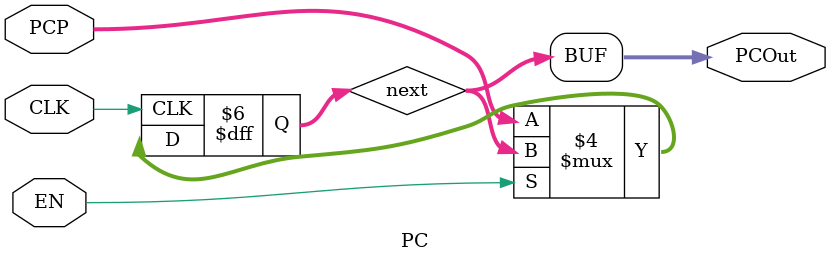
<source format=v>
`timescale 1ns / 1ps


/// PC ///
module PC(
input CLK,EN,
input [31 : 0] PCP,
output [31 : 0] PCOut //32-BIT INSTRUCTION THAT IS FETCHED INTO INSTRUCTION MEMORY
);

reg [31 : 0] next;

initial begin
    next = 32'h00000000;
end

always @(posedge CLK) begin
    if(EN == 1'b0)begin
    next <= PCP;        //Reads from PC' 
    end
    
end

assign PCOut = next;    //Fetch address assogned to PCOut

endmodule

</source>
